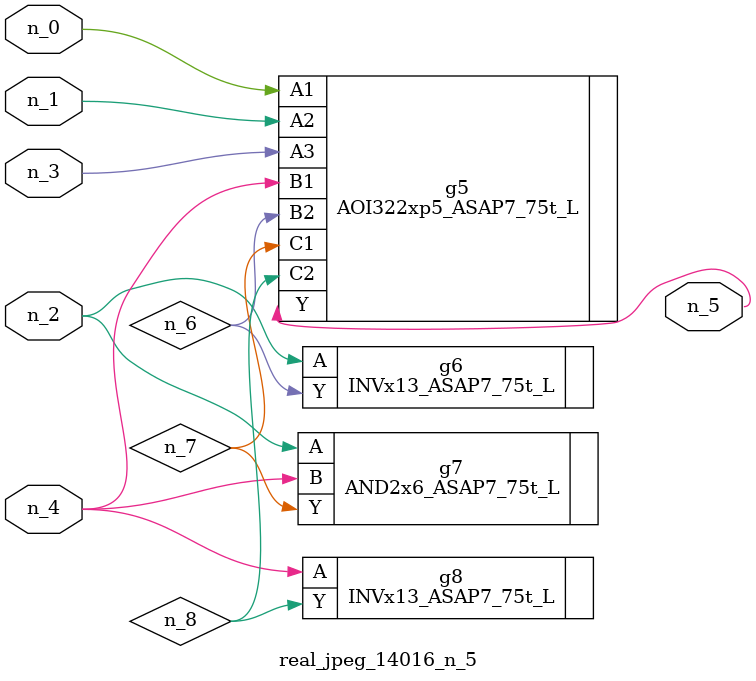
<source format=v>
module real_jpeg_14016_n_5 (n_4, n_0, n_1, n_2, n_3, n_5);

input n_4;
input n_0;
input n_1;
input n_2;
input n_3;

output n_5;

wire n_8;
wire n_6;
wire n_7;

AOI322xp5_ASAP7_75t_L g5 ( 
.A1(n_0),
.A2(n_1),
.A3(n_3),
.B1(n_4),
.B2(n_6),
.C1(n_7),
.C2(n_8),
.Y(n_5)
);

INVx13_ASAP7_75t_L g6 ( 
.A(n_2),
.Y(n_6)
);

AND2x6_ASAP7_75t_L g7 ( 
.A(n_2),
.B(n_4),
.Y(n_7)
);

INVx13_ASAP7_75t_L g8 ( 
.A(n_4),
.Y(n_8)
);


endmodule
</source>
